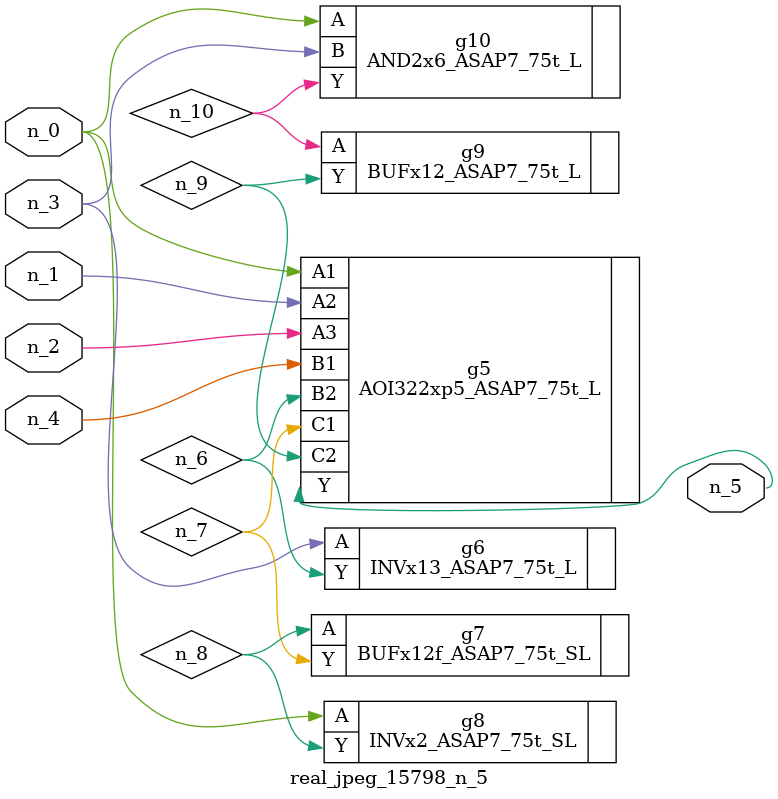
<source format=v>
module real_jpeg_15798_n_5 (n_4, n_0, n_1, n_2, n_3, n_5);

input n_4;
input n_0;
input n_1;
input n_2;
input n_3;

output n_5;

wire n_8;
wire n_6;
wire n_7;
wire n_10;
wire n_9;

AOI322xp5_ASAP7_75t_L g5 ( 
.A1(n_0),
.A2(n_1),
.A3(n_2),
.B1(n_4),
.B2(n_6),
.C1(n_7),
.C2(n_9),
.Y(n_5)
);

INVx2_ASAP7_75t_SL g8 ( 
.A(n_0),
.Y(n_8)
);

AND2x6_ASAP7_75t_L g10 ( 
.A(n_0),
.B(n_3),
.Y(n_10)
);

INVx13_ASAP7_75t_L g6 ( 
.A(n_3),
.Y(n_6)
);

BUFx12f_ASAP7_75t_SL g7 ( 
.A(n_8),
.Y(n_7)
);

BUFx12_ASAP7_75t_L g9 ( 
.A(n_10),
.Y(n_9)
);


endmodule
</source>
